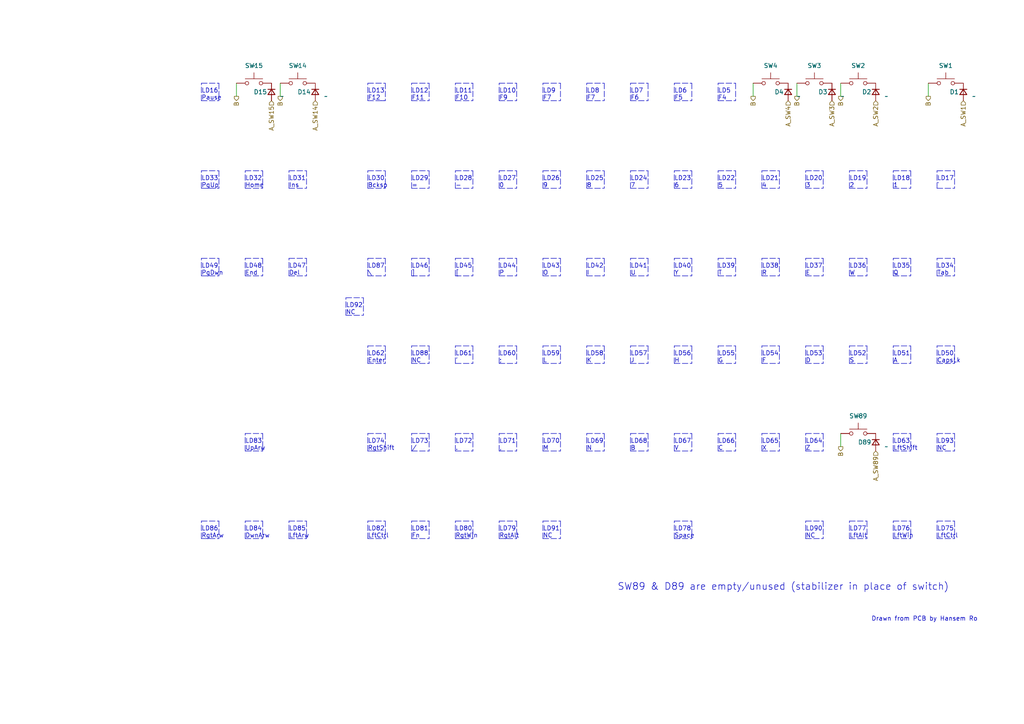
<source format=kicad_sch>
(kicad_sch (version 20211123) (generator eeschema)
  (paper "A4")
  (lib_symbols
    (symbol "Device:D_Small" (pin_numbers hide) (pin_names (offset 0.254) hide)
      (property "Reference" "D" (at -1.27 2.032 0))
      (property "Value" "D_Small" (at -3.81 -2.032 0))
      (symbol "D_Small_0_1"
        (polyline (pts (xy -0.762 -1.016) (xy -0.762 1.016)) (stroke (width 0.254)))
        (polyline (pts (xy -0.762 0) (xy 0.762 0)))
        (polyline (pts (xy 0.762 -1.016) (xy -0.762 0) (xy 0.762 1.016) (xy 0.762 -1.016)) (stroke (width 0.254)))
      )
      (symbol "D_Small_1_1"
        (pin passive line (at -2.54 0 0) (length 1.778) (name "K") (number "1"))
        (pin passive line (at 2.54 0 180) (length 1.778) (name "A") (number "2"))
      )
    )
    (symbol "Switch:SW_Push" (pin_numbers hide) (pin_names (offset 1.016) hide)
      (property "Reference" "SW" (at 1.27 2.54 0))
      (property "Value" "SW_Push" (at 0 -1.524 0))
      (symbol "SW_Push_0_1"
        (circle (center -2.032 0) (radius 0.508))
        (polyline (pts (xy 0 1.27) (xy 0 3.048)))
        (polyline (pts (xy 2.54 1.27) (xy -2.54 1.27)))
        (circle (center 2.032 0) (radius 0.508))
        (pin passive line (at -5.08 0 0) (length 2.54) (name "1") (number "1"))
        (pin passive line (at 5.08 0 180) (length 2.54) (name "2") (number "2"))
      )
    )
  )
  (polyline (pts (xy 226.06 125.73) (xy 226.06 130.81)))
  (polyline (pts (xy 119.38 156.21) (xy 124.46 156.21)))
  (polyline (pts (xy 276.86 151.13) (xy 276.86 156.21)))
  (polyline (pts (xy 271.78 151.13) (xy 276.86 151.13)))
  (polyline (pts (xy 259.08 49.53) (xy 264.16 49.53)))
  (polyline (pts (xy 226.06 49.53) (xy 226.06 54.61)))
  (polyline (pts (xy 187.96 100.33) (xy 187.96 105.41)))
  (polyline (pts (xy 271.78 80.01) (xy 276.86 80.01)))
  (polyline (pts (xy 157.48 151.13) (xy 162.56 151.13)))
  (polyline (pts (xy 83.82 54.61) (xy 83.82 49.53)))
  (polyline (pts (xy 170.18 130.81) (xy 175.26 130.81)))
  (polyline (pts (xy 175.26 49.53) (xy 175.26 54.61)))
  (polyline (pts (xy 259.08 105.41) (xy 264.16 105.41)))
  (polyline (pts (xy 264.16 151.13) (xy 264.16 156.21)))
  (polyline (pts (xy 106.68 125.73) (xy 111.76 125.73)))
  (wire (pts (xy 243.84 24.13) (xy 243.84 27.94)))
  (polyline (pts (xy 233.68 54.61) (xy 238.76 54.61)))
  (polyline (pts (xy 119.38 80.01) (xy 124.46 80.01)))
  (polyline (pts (xy 259.08 80.01) (xy 264.16 80.01)))
  (polyline (pts (xy 271.78 80.01) (xy 271.78 74.93)))
  (polyline (pts (xy 106.68 105.41) (xy 111.76 105.41)))
  (polyline (pts (xy 132.08 100.33) (xy 137.16 100.33)))
  (wire (pts (xy 243.84 125.73) (xy 243.84 129.54)))
  (polyline (pts (xy 157.48 54.61) (xy 157.48 49.53)))
  (polyline (pts (xy 195.58 125.73) (xy 200.66 125.73)))
  (polyline (pts (xy 200.66 49.53) (xy 200.66 54.61)))
  (polyline (pts (xy 137.16 24.13) (xy 137.16 29.21)))
  (polyline (pts (xy 195.58 80.01) (xy 195.58 74.93)))
  (polyline (pts (xy 195.58 105.41) (xy 200.66 105.41)))
  (polyline (pts (xy 119.38 151.13) (xy 124.46 151.13)))
  (polyline (pts (xy 208.28 105.41) (xy 213.36 105.41)))
  (polyline (pts (xy 170.18 29.21) (xy 170.18 24.13)))
  (polyline (pts (xy 246.38 80.01) (xy 251.46 80.01)))
  (polyline (pts (xy 157.48 24.13) (xy 162.56 24.13)))
  (polyline (pts (xy 132.08 24.13) (xy 137.16 24.13)))
  (wire (pts (xy 218.44 24.13) (xy 218.44 27.94)))
  (polyline (pts (xy 220.98 49.53) (xy 226.06 49.53)))
  (polyline (pts (xy 144.78 130.81) (xy 149.86 130.81)))
  (polyline (pts (xy 208.28 130.81) (xy 213.36 130.81)))
  (polyline (pts (xy 195.58 54.61) (xy 195.58 49.53)))
  (polyline (pts (xy 170.18 29.21) (xy 175.26 29.21)))
  (polyline (pts (xy 195.58 130.81) (xy 195.58 125.73)))
  (polyline (pts (xy 132.08 105.41) (xy 137.16 105.41)))
  (polyline (pts (xy 182.88 54.61) (xy 182.88 49.53)))
  (polyline (pts (xy 246.38 49.53) (xy 251.46 49.53)))
  (polyline (pts (xy 170.18 105.41) (xy 175.26 105.41)))
  (polyline (pts (xy 182.88 105.41) (xy 187.96 105.41)))
  (polyline (pts (xy 144.78 80.01) (xy 149.86 80.01)))
  (polyline (pts (xy 157.48 130.81) (xy 157.48 125.73)))
  (polyline (pts (xy 88.9 74.93) (xy 88.9 80.01)))
  (polyline (pts (xy 170.18 54.61) (xy 170.18 49.53)))
  (polyline (pts (xy 149.86 49.53) (xy 149.86 54.61)))
  (polyline (pts (xy 233.68 151.13) (xy 238.76 151.13)))
  (polyline (pts (xy 208.28 130.81) (xy 208.28 125.73)))
  (polyline (pts (xy 106.68 54.61) (xy 106.68 49.53)))
  (polyline (pts (xy 271.78 105.41) (xy 276.86 105.41)))
  (polyline (pts (xy 195.58 130.81) (xy 200.66 130.81)))
  (polyline (pts (xy 132.08 74.93) (xy 137.16 74.93)))
  (polyline (pts (xy 208.28 29.21) (xy 213.36 29.21)))
  (polyline (pts (xy 233.68 49.53) (xy 238.76 49.53)))
  (polyline (pts (xy 144.78 80.01) (xy 144.78 74.93)))
  (polyline (pts (xy 106.68 29.21) (xy 106.68 24.13)))
  (polyline (pts (xy 246.38 54.61) (xy 251.46 54.61)))
  (polyline (pts (xy 213.36 125.73) (xy 213.36 130.81)))
  (polyline (pts (xy 58.42 29.21) (xy 63.5 29.21)))
  (polyline (pts (xy 233.68 54.61) (xy 233.68 49.53)))
  (polyline (pts (xy 58.42 151.13) (xy 63.5 151.13)))
  (polyline (pts (xy 208.28 24.13) (xy 213.36 24.13)))
  (polyline (pts (xy 76.2 125.73) (xy 76.2 130.81)))
  (polyline (pts (xy 137.16 74.93) (xy 137.16 80.01)))
  (polyline (pts (xy 71.12 54.61) (xy 76.2 54.61)))
  (polyline (pts (xy 213.36 49.53) (xy 213.36 54.61)))
  (polyline (pts (xy 233.68 74.93) (xy 238.76 74.93)))
  (polyline (pts (xy 259.08 130.81) (xy 259.08 125.73)))
  (polyline (pts (xy 220.98 105.41) (xy 220.98 100.33)))
  (polyline (pts (xy 124.46 125.73) (xy 124.46 130.81)))
  (polyline (pts (xy 106.68 80.01) (xy 106.68 74.93)))
  (polyline (pts (xy 124.46 74.93) (xy 124.46 80.01)))
  (polyline (pts (xy 105.41 86.36) (xy 105.41 91.44)))
  (polyline (pts (xy 259.08 156.21) (xy 259.08 151.13)))
  (polyline (pts (xy 200.66 125.73) (xy 200.66 130.81)))
  (polyline (pts (xy 88.9 49.53) (xy 88.9 54.61)))
  (polyline (pts (xy 238.76 151.13) (xy 238.76 156.21)))
  (polyline (pts (xy 157.48 105.41) (xy 162.56 105.41)))
  (polyline (pts (xy 220.98 105.41) (xy 226.06 105.41)))
  (polyline (pts (xy 246.38 105.41) (xy 251.46 105.41)))
  (polyline (pts (xy 58.42 24.13) (xy 63.5 24.13)))
  (polyline (pts (xy 100.33 86.36) (xy 105.41 86.36)))
  (polyline (pts (xy 271.78 130.81) (xy 271.78 125.73)))
  (polyline (pts (xy 132.08 130.81) (xy 132.08 125.73)))
  (polyline (pts (xy 111.76 24.13) (xy 111.76 29.21)))
  (polyline (pts (xy 170.18 130.81) (xy 170.18 125.73)))
  (polyline (pts (xy 238.76 74.93) (xy 238.76 80.01)))
  (polyline (pts (xy 106.68 80.01) (xy 111.76 80.01)))
  (polyline (pts (xy 144.78 54.61) (xy 149.86 54.61)))
  (polyline (pts (xy 271.78 54.61) (xy 276.86 54.61)))
  (polyline (pts (xy 124.46 24.13) (xy 124.46 29.21)))
  (polyline (pts (xy 124.46 49.53) (xy 124.46 54.61)))
  (polyline (pts (xy 71.12 125.73) (xy 76.2 125.73)))
  (polyline (pts (xy 76.2 74.93) (xy 76.2 80.01)))
  (polyline (pts (xy 157.48 156.21) (xy 162.56 156.21)))
  (polyline (pts (xy 182.88 29.21) (xy 187.96 29.21)))
  (polyline (pts (xy 208.28 49.53) (xy 213.36 49.53)))
  (polyline (pts (xy 162.56 49.53) (xy 162.56 54.61)))
  (polyline (pts (xy 132.08 54.61) (xy 132.08 49.53)))
  (polyline (pts (xy 144.78 49.53) (xy 149.86 49.53)))
  (polyline (pts (xy 276.86 74.93) (xy 276.86 80.01)))
  (polyline (pts (xy 187.96 74.93) (xy 187.96 80.01)))
  (polyline (pts (xy 132.08 49.53) (xy 137.16 49.53)))
  (polyline (pts (xy 83.82 151.13) (xy 88.9 151.13)))
  (polyline (pts (xy 251.46 74.93) (xy 251.46 80.01)))
  (polyline (pts (xy 149.86 74.93) (xy 149.86 80.01)))
  (polyline (pts (xy 200.66 74.93) (xy 200.66 80.01)))
  (polyline (pts (xy 71.12 130.81) (xy 76.2 130.81)))
  (polyline (pts (xy 119.38 100.33) (xy 124.46 100.33)))
  (polyline (pts (xy 111.76 29.21) (xy 110.49 29.21)))
  (polyline (pts (xy 71.12 49.53) (xy 76.2 49.53)))
  (polyline (pts (xy 58.42 74.93) (xy 63.5 74.93)))
  (polyline (pts (xy 71.12 156.21) (xy 76.2 156.21)))
  (polyline (pts (xy 195.58 156.21) (xy 195.58 151.13)))
  (polyline (pts (xy 208.28 74.93) (xy 213.36 74.93)))
  (polyline (pts (xy 246.38 156.21) (xy 246.38 151.13)))
  (polyline (pts (xy 170.18 100.33) (xy 175.26 100.33)))
  (polyline (pts (xy 233.68 80.01) (xy 233.68 74.93)))
  (polyline (pts (xy 157.48 29.21) (xy 157.48 24.13)))
  (polyline (pts (xy 182.88 74.93) (xy 187.96 74.93)))
  (polyline (pts (xy 83.82 156.21) (xy 88.9 156.21)))
  (polyline (pts (xy 233.68 125.73) (xy 238.76 125.73)))
  (polyline (pts (xy 246.38 74.93) (xy 251.46 74.93)))
  (polyline (pts (xy 195.58 74.93) (xy 200.66 74.93)))
  (polyline (pts (xy 106.68 105.41) (xy 106.68 100.33)))
  (wire (pts (xy 231.14 24.13) (xy 231.14 27.94)))
  (polyline (pts (xy 220.98 80.01) (xy 220.98 74.93)))
  (polyline (pts (xy 132.08 29.21) (xy 132.08 24.13)))
  (polyline (pts (xy 111.76 74.93) (xy 111.76 80.01)))
  (polyline (pts (xy 271.78 74.93) (xy 276.86 74.93)))
  (polyline (pts (xy 132.08 130.81) (xy 137.16 130.81)))
  (polyline (pts (xy 195.58 49.53) (xy 200.66 49.53)))
  (polyline (pts (xy 175.26 74.93) (xy 175.26 80.01)))
  (polyline (pts (xy 170.18 80.01) (xy 175.26 80.01)))
  (polyline (pts (xy 58.42 29.21) (xy 58.42 24.13)))
  (polyline (pts (xy 106.68 151.13) (xy 111.76 151.13)))
  (polyline (pts (xy 106.68 156.21) (xy 111.76 156.21)))
  (polyline (pts (xy 137.16 151.13) (xy 137.16 156.21)))
  (polyline (pts (xy 157.48 80.01) (xy 162.56 80.01)))
  (polyline (pts (xy 271.78 100.33) (xy 276.86 100.33)))
  (polyline (pts (xy 71.12 54.61) (xy 71.12 49.53)))
  (polyline (pts (xy 208.28 80.01) (xy 208.28 74.93)))
  (polyline (pts (xy 119.38 105.41) (xy 119.38 100.33)))
  (polyline (pts (xy 226.06 100.33) (xy 226.06 105.41)))
  (polyline (pts (xy 83.82 74.93) (xy 88.9 74.93)))
  (polyline (pts (xy 157.48 29.21) (xy 162.56 29.21)))
  (polyline (pts (xy 182.88 130.81) (xy 187.96 130.81)))
  (polyline (pts (xy 238.76 125.73) (xy 238.76 130.81)))
  (polyline (pts (xy 170.18 24.13) (xy 175.26 24.13)))
  (polyline (pts (xy 170.18 54.61) (xy 175.26 54.61)))
  (polyline (pts (xy 233.68 100.33) (xy 238.76 100.33)))
  (polyline (pts (xy 200.66 151.13) (xy 200.66 156.21)))
  (polyline (pts (xy 157.48 125.73) (xy 162.56 125.73)))
  (polyline (pts (xy 144.78 29.21) (xy 149.86 29.21)))
  (polyline (pts (xy 271.78 54.61) (xy 271.78 49.53)))
  (polyline (pts (xy 88.9 151.13) (xy 88.9 156.21)))
  (polyline (pts (xy 83.82 54.61) (xy 88.9 54.61)))
  (polyline (pts (xy 170.18 125.73) (xy 175.26 125.73)))
  (polyline (pts (xy 271.78 156.21) (xy 271.78 151.13)))
  (polyline (pts (xy 58.42 49.53) (xy 63.5 49.53)))
  (polyline (pts (xy 106.68 130.81) (xy 111.76 130.81)))
  (polyline (pts (xy 63.5 151.13) (xy 63.5 156.21)))
  (polyline (pts (xy 251.46 49.53) (xy 251.46 54.61)))
  (polyline (pts (xy 200.66 100.33) (xy 200.66 105.41)))
  (polyline (pts (xy 187.96 125.73) (xy 187.96 130.81)))
  (polyline (pts (xy 271.78 130.81) (xy 276.86 130.81)))
  (polyline (pts (xy 233.68 156.21) (xy 233.68 151.13)))
  (polyline (pts (xy 220.98 54.61) (xy 220.98 49.53)))
  (polyline (pts (xy 162.56 151.13) (xy 162.56 156.21)))
  (polyline (pts (xy 63.5 74.93) (xy 63.5 80.01)))
  (polyline (pts (xy 182.88 125.73) (xy 187.96 125.73)))
  (polyline (pts (xy 132.08 151.13) (xy 137.16 151.13)))
  (polyline (pts (xy 149.86 24.13) (xy 149.86 29.21)))
  (polyline (pts (xy 124.46 151.13) (xy 124.46 156.21)))
  (polyline (pts (xy 58.42 80.01) (xy 58.42 74.93)))
  (polyline (pts (xy 182.88 49.53) (xy 187.96 49.53)))
  (polyline (pts (xy 187.96 24.13) (xy 187.96 29.21)))
  (polyline (pts (xy 200.66 24.13) (xy 200.66 29.21)))
  (polyline (pts (xy 58.42 54.61) (xy 58.42 49.53)))
  (polyline (pts (xy 157.48 49.53) (xy 162.56 49.53)))
  (polyline (pts (xy 195.58 156.21) (xy 200.66 156.21)))
  (polyline (pts (xy 220.98 74.93) (xy 226.06 74.93)))
  (polyline (pts (xy 83.82 80.01) (xy 88.9 80.01)))
  (polyline (pts (xy 220.98 125.73) (xy 226.06 125.73)))
  (polyline (pts (xy 195.58 54.61) (xy 200.66 54.61)))
  (polyline (pts (xy 137.16 100.33) (xy 137.16 105.41)))
  (polyline (pts (xy 106.68 156.21) (xy 106.68 151.13)))
  (polyline (pts (xy 58.42 156.21) (xy 63.5 156.21)))
  (polyline (pts (xy 233.68 80.01) (xy 238.76 80.01)))
  (polyline (pts (xy 259.08 125.73) (xy 264.16 125.73)))
  (polyline (pts (xy 132.08 80.01) (xy 137.16 80.01)))
  (polyline (pts (xy 182.88 54.61) (xy 187.96 54.61)))
  (polyline (pts (xy 157.48 54.61) (xy 162.56 54.61)))
  (polyline (pts (xy 162.56 74.93) (xy 162.56 80.01)))
  (polyline (pts (xy 124.46 100.33) (xy 124.46 105.41)))
  (polyline (pts (xy 63.5 24.13) (xy 63.5 29.21)))
  (polyline (pts (xy 246.38 80.01) (xy 246.38 74.93)))
  (polyline (pts (xy 182.88 80.01) (xy 187.96 80.01)))
  (polyline (pts (xy 157.48 100.33) (xy 162.56 100.33)))
  (polyline (pts (xy 182.88 100.33) (xy 187.96 100.33)))
  (polyline (pts (xy 195.58 100.33) (xy 200.66 100.33)))
  (polyline (pts (xy 182.88 24.13) (xy 187.96 24.13)))
  (polyline (pts (xy 162.56 125.73) (xy 162.56 130.81)))
  (wire (pts (xy 68.58 24.13) (xy 68.58 27.94)))
  (polyline (pts (xy 264.16 100.33) (xy 264.16 105.41)))
  (polyline (pts (xy 106.68 74.93) (xy 111.76 74.93)))
  (polyline (pts (xy 144.78 156.21) (xy 144.78 151.13)))
  (polyline (pts (xy 246.38 105.41) (xy 246.38 100.33)))
  (polyline (pts (xy 71.12 80.01) (xy 71.12 74.93)))
  (polyline (pts (xy 208.28 125.73) (xy 213.36 125.73)))
  (polyline (pts (xy 106.68 49.53) (xy 111.76 49.53)))
  (polyline (pts (xy 271.78 105.41) (xy 271.78 100.33)))
  (polyline (pts (xy 264.16 74.93) (xy 264.16 80.01)))
  (polyline (pts (xy 106.68 29.21) (xy 111.76 29.21)))
  (polyline (pts (xy 144.78 130.81) (xy 144.78 125.73)))
  (polyline (pts (xy 106.68 54.61) (xy 111.76 54.61)))
  (polyline (pts (xy 76.2 49.53) (xy 76.2 54.61)))
  (polyline (pts (xy 233.68 130.81) (xy 233.68 125.73)))
  (polyline (pts (xy 132.08 156.21) (xy 132.08 151.13)))
  (polyline (pts (xy 58.42 54.61) (xy 63.5 54.61)))
  (polyline (pts (xy 144.78 156.21) (xy 149.86 156.21)))
  (polyline (pts (xy 238.76 49.53) (xy 238.76 54.61)))
  (polyline (pts (xy 119.38 24.13) (xy 124.46 24.13)))
  (polyline (pts (xy 259.08 130.81) (xy 264.16 130.81)))
  (polyline (pts (xy 195.58 24.13) (xy 200.66 24.13)))
  (polyline (pts (xy 271.78 156.21) (xy 276.86 156.21)))
  (polyline (pts (xy 144.78 24.13) (xy 149.86 24.13)))
  (polyline (pts (xy 259.08 151.13) (xy 264.16 151.13)))
  (polyline (pts (xy 220.98 80.01) (xy 226.06 80.01)))
  (polyline (pts (xy 76.2 151.13) (xy 76.2 156.21)))
  (polyline (pts (xy 259.08 54.61) (xy 264.16 54.61)))
  (wire (pts (xy 81.28 24.13) (xy 81.28 27.94)))
  (polyline (pts (xy 182.88 29.21) (xy 182.88 24.13)))
  (polyline (pts (xy 144.78 54.61) (xy 144.78 49.53)))
  (polyline (pts (xy 220.98 100.33) (xy 226.06 100.33)))
  (polyline (pts (xy 157.48 74.93) (xy 162.56 74.93)))
  (polyline (pts (xy 195.58 80.01) (xy 200.66 80.01)))
  (polyline (pts (xy 119.38 29.21) (xy 119.38 24.13)))
  (polyline (pts (xy 119.38 54.61) (xy 124.46 54.61)))
  (polyline (pts (xy 137.16 125.73) (xy 137.16 130.81)))
  (polyline (pts (xy 246.38 156.21) (xy 251.46 156.21)))
  (polyline (pts (xy 119.38 54.61) (xy 119.38 49.53)))
  (polyline (pts (xy 83.82 156.21) (xy 83.82 151.13)))
  (polyline (pts (xy 195.58 29.21) (xy 200.66 29.21)))
  (polyline (pts (xy 111.76 100.33) (xy 111.76 105.41)))
  (polyline (pts (xy 251.46 100.33) (xy 251.46 105.41)))
  (polyline (pts (xy 157.48 80.01) (xy 157.48 74.93)))
  (polyline (pts (xy 83.82 49.53) (xy 88.9 49.53)))
  (polyline (pts (xy 111.76 49.53) (xy 111.76 54.61)))
  (polyline (pts (xy 246.38 151.13) (xy 251.46 151.13)))
  (polyline (pts (xy 259.08 80.01) (xy 259.08 74.93)))
  (polyline (pts (xy 233.68 105.41) (xy 233.68 100.33)))
  (polyline (pts (xy 58.42 80.01) (xy 63.5 80.01)))
  (polyline (pts (xy 132.08 156.21) (xy 137.16 156.21)))
  (polyline (pts (xy 162.56 100.33) (xy 162.56 105.41)))
  (polyline (pts (xy 144.78 100.33) (xy 149.86 100.33)))
  (polyline (pts (xy 213.36 24.13) (xy 213.36 29.21)))
  (polyline (pts (xy 175.26 100.33) (xy 175.26 105.41)))
  (polyline (pts (xy 144.78 105.41) (xy 149.86 105.41)))
  (polyline (pts (xy 119.38 74.93) (xy 124.46 74.93)))
  (polyline (pts (xy 144.78 125.73) (xy 149.86 125.73)))
  (polyline (pts (xy 182.88 80.01) (xy 182.88 74.93)))
  (polyline (pts (xy 246.38 54.61) (xy 246.38 49.53)))
  (polyline (pts (xy 276.86 100.33) (xy 276.86 105.41)))
  (polyline (pts (xy 213.36 100.33) (xy 213.36 105.41)))
  (polyline (pts (xy 149.86 151.13) (xy 149.86 156.21)))
  (polyline (pts (xy 170.18 80.01) (xy 170.18 74.93)))
  (polyline (pts (xy 119.38 156.21) (xy 119.38 151.13)))
  (polyline (pts (xy 271.78 125.73) (xy 276.86 125.73)))
  (polyline (pts (xy 208.28 54.61) (xy 213.36 54.61)))
  (polyline (pts (xy 157.48 130.81) (xy 162.56 130.81)))
  (polyline (pts (xy 195.58 151.13) (xy 200.66 151.13)))
  (polyline (pts (xy 175.26 125.73) (xy 175.26 130.81)))
  (polyline (pts (xy 220.98 130.81) (xy 226.06 130.81)))
  (polyline (pts (xy 71.12 151.13) (xy 76.2 151.13)))
  (polyline (pts (xy 182.88 130.81) (xy 182.88 125.73)))
  (polyline (pts (xy 132.08 54.61) (xy 137.16 54.61)))
  (polyline (pts (xy 170.18 74.93) (xy 175.26 74.93)))
  (polyline (pts (xy 144.78 105.41) (xy 144.78 100.33)))
  (polyline (pts (xy 119.38 29.21) (xy 124.46 29.21)))
  (polyline (pts (xy 132.08 125.73) (xy 137.16 125.73)))
  (polyline (pts (xy 259.08 100.33) (xy 264.16 100.33)))
  (polyline (pts (xy 106.68 100.33) (xy 111.76 100.33)))
  (polyline (pts (xy 144.78 151.13) (xy 149.86 151.13)))
  (polyline (pts (xy 119.38 130.81) (xy 124.46 130.81)))
  (polyline (pts (xy 119.38 125.73) (xy 124.46 125.73)))
  (polyline (pts (xy 111.76 151.13) (xy 111.76 156.21)))
  (polyline (pts (xy 233.68 130.81) (xy 238.76 130.81)))
  (polyline (pts (xy 208.28 29.21) (xy 208.28 24.13)))
  (polyline (pts (xy 259.08 54.61) (xy 259.08 49.53)))
  (polyline (pts (xy 157.48 156.21) (xy 157.48 151.13)))
  (polyline (pts (xy 187.96 49.53) (xy 187.96 54.61)))
  (polyline (pts (xy 132.08 105.41) (xy 132.08 100.33)))
  (polyline (pts (xy 119.38 49.53) (xy 124.46 49.53)))
  (polyline (pts (xy 71.12 156.21) (xy 71.12 151.13)))
  (wire (pts (xy 269.24 24.13) (xy 269.24 27.94)))
  (polyline (pts (xy 259.08 156.21) (xy 264.16 156.21)))
  (polyline (pts (xy 220.98 130.81) (xy 220.98 125.73)))
  (polyline (pts (xy 238.76 100.33) (xy 238.76 105.41)))
  (polyline (pts (xy 119.38 105.41) (xy 124.46 105.41)))
  (polyline (pts (xy 264.16 125.73) (xy 264.16 130.81)))
  (polyline (pts (xy 233.68 105.41) (xy 238.76 105.41)))
  (polyline (pts (xy 208.28 100.33) (xy 213.36 100.33)))
  (polyline (pts (xy 71.12 74.93) (xy 76.2 74.93)))
  (polyline (pts (xy 251.46 151.13) (xy 251.46 156.21)))
  (polyline (pts (xy 71.12 130.81) (xy 71.12 125.73)))
  (polyline (pts (xy 83.82 80.01) (xy 83.82 74.93)))
  (polyline (pts (xy 119.38 80.01) (xy 119.38 74.93)))
  (polyline (pts (xy 276.86 49.53) (xy 276.86 54.61)))
  (polyline (pts (xy 119.38 130.81) (xy 119.38 125.73)))
  (polyline (pts (xy 132.08 80.01) (xy 132.08 74.93)))
  (polyline (pts (xy 195.58 105.41) (xy 195.58 100.33)))
  (polyline (pts (xy 259.08 74.93) (xy 264.16 74.93)))
  (polyline (pts (xy 100.33 91.44) (xy 100.33 86.36)))
  (polyline (pts (xy 58.42 156.21) (xy 58.42 151.13)))
  (polyline (pts (xy 106.68 130.81) (xy 106.68 125.73)))
  (polyline (pts (xy 157.48 105.41) (xy 157.48 100.33)))
  (polyline (pts (xy 233.68 156.21) (xy 238.76 156.21)))
  (polyline (pts (xy 175.26 24.13) (xy 175.26 29.21)))
  (polyline (pts (xy 220.98 54.61) (xy 226.06 54.61)))
  (polyline (pts (xy 208.28 80.01) (xy 213.36 80.01)))
  (polyline (pts (xy 246.38 100.33) (xy 251.46 100.33)))
  (polyline (pts (xy 195.58 29.21) (xy 195.58 24.13)))
  (polyline (pts (xy 149.86 125.73) (xy 149.86 130.81)))
  (polyline (pts (xy 208.28 54.61) (xy 208.28 49.53)))
  (polyline (pts (xy 271.78 49.53) (xy 276.86 49.53)))
  (polyline (pts (xy 149.86 100.33) (xy 149.86 105.41)))
  (polyline (pts (xy 170.18 105.41) (xy 170.18 100.33)))
  (polyline (pts (xy 63.5 49.53) (xy 63.5 54.61)))
  (polyline (pts (xy 226.06 74.93) (xy 226.06 80.01)))
  (polyline (pts (xy 100.33 91.44) (xy 105.41 91.44)))
  (polyline (pts (xy 111.76 125.73) (xy 111.76 130.81)))
  (polyline (pts (xy 162.56 24.13) (xy 162.56 29.21)))
  (polyline (pts (xy 137.16 49.53) (xy 137.16 54.61)))
  (polyline (pts (xy 144.78 29.21) (xy 144.78 24.13)))
  (polyline (pts (xy 259.08 105.41) (xy 259.08 100.33)))
  (polyline (pts (xy 106.68 24.13) (xy 111.76 24.13)))
  (polyline (pts (xy 170.18 49.53) (xy 175.26 49.53)))
  (polyline (pts (xy 182.88 105.41) (xy 182.88 100.33)))
  (polyline (pts (xy 276.86 125.73) (xy 276.86 130.81)))
  (polyline (pts (xy 132.08 29.21) (xy 137.16 29.21)))
  (polyline (pts (xy 264.16 49.53) (xy 264.16 54.61)))
  (polyline (pts (xy 144.78 74.93) (xy 149.86 74.93)))
  (polyline (pts (xy 213.36 74.93) (xy 213.36 80.01)))
  (polyline (pts (xy 71.12 80.01) (xy 76.2 80.01)))
  (polyline (pts (xy 208.28 105.41) (xy 208.28 100.33)))
  (text "LD31\nIns" (at 83.82 54.61 0) (effects (font (size 1.27 1.27)) (justify left bottom)))
  (text "LD13\nF12" (at 106.68 29.21 0) (effects (font (size 1.27 1.27)) (justify left bottom)))
  (text "LD20\n3" (at 233.68 54.61 0) (effects (font (size 1.27 1.27)) (justify left bottom)))
  (text "LD67\nV" (at 195.58 130.81 0) (effects (font (size 1.27 1.27)) (justify left bottom)))
  (text "LD73\n/" (at 119.38 130.81 0) (effects (font (size 1.27 1.27)) (justify left bottom)))
  (text "LD55\nG" (at 208.28 105.41 0) (effects (font (size 1.27 1.27)) (justify left bottom)))
  (text "LD88\nNC" (at 119.38 105.41 0) (effects (font (size 1.27 1.27)) (justify left bottom)))
  (text "LD65\nX" (at 220.98 130.81 0) (effects (font (size 1.27 1.27)) (justify left bottom)))
  (text "LD32\nHome" (at 71.12 54.61 0) (effects (font (size 1.27 1.27)) (justify left bottom)))
  (text "LD54\nF" (at 220.98 105.41 0) (effects (font (size 1.27 1.27)) (justify left bottom)))
  (text "LD10\nF9" (at 144.78 29.21 0) (effects (font (size 1.27 1.27)) (justify left bottom)))
  (text "LD64\nZ" (at 233.68 130.81 0) (effects (font (size 1.27 1.27)) (justify left bottom)))
  (text "LD87\n\\" (at 106.68 80.01 0) (effects (font (size 1.27 1.27)) (justify left bottom)))
  (text "LD27\n0" (at 144.78 54.61 0) (effects (font (size 1.27 1.27)) (justify left bottom)))
  (text "LD66\nC" (at 208.28 130.81 0) (effects (font (size 1.27 1.27)) (justify left bottom)))
  (text "LD56\nH" (at 195.58 105.41 0) (effects (font (size 1.27 1.27)) (justify left bottom)))
  (text "LD11\nF10" (at 132.08 29.21 0) (effects (font (size 1.27 1.27)) (justify left bottom)))
  (text "LD19\n2" (at 246.38 54.61 0) (effects (font (size 1.27 1.27)) (justify left bottom)))
  (text "LD58\nK" (at 170.18 105.41 0) (effects (font (size 1.27 1.27)) (justify left bottom)))
  (text "LD60\n;" (at 144.78 105.41 0) (effects (font (size 1.27 1.27)) (justify left bottom)))
  (text "LD79\nRgtAlt" (at 144.78 156.21 0) (effects (font (size 1.27 1.27)) (justify left bottom)))
  (text "LD30\nBcksp" (at 106.68 54.61 0) (effects (font (size 1.27 1.27)) (justify left bottom)))
  (text "LD24\n7" (at 182.88 54.61 0) (effects (font (size 1.27 1.27)) (justify left bottom)))
  (text "LD36\nW" (at 246.38 80.01 0) (effects (font (size 1.27 1.27)) (justify left bottom)))
  (text "LD51\nA" (at 259.08 105.41 0) (effects (font (size 1.27 1.27)) (justify left bottom)))
  (text "LD35\nQ" (at 259.08 80.01 0) (effects (font (size 1.27 1.27)) (justify left bottom)))
  (text "LD72\n." (at 132.08 130.81 0) (effects (font (size 1.27 1.27)) (justify left bottom)))
  (text "LD59\nL" (at 157.48 105.41 0) (effects (font (size 1.27 1.27)) (justify left bottom)))
  (text "Drawn from PCB by Hansem Ro" (at 252.73 180.34 0) (effects (font (size 1.27 1.27)) (justify left bottom)))
  (text "LD57\nJ" (at 182.88 105.41 0) (effects (font (size 1.27 1.27)) (justify left bottom)))
  (text "LD40\nY" (at 195.58 80.01 0) (effects (font (size 1.27 1.27)) (justify left bottom)))
  (text "LD74\nRgtShift" (at 106.68 130.81 0) (effects (font (size 1.27 1.27)) (justify left bottom)))
  (text "LD6\nF5" (at 195.58 29.21 0) (effects (font (size 1.27 1.27)) (justify left bottom)))
  (text "LD80\nRgtWin" (at 132.08 156.21 0) (effects (font (size 1.27 1.27)) (justify left bottom)))
  (text "LD50\nCapsLk" (at 271.78 105.41 0) (effects (font (size 1.27 1.27)) (justify left bottom)))
  (text "SW89 & D89 are empty/unused (stabilizer in place of switch)" (at 179.07 171.45 0) (effects (font (size 2 2)) (justify left bottom)))
  (text "LD70\nM" (at 157.48 130.81 0) (effects (font (size 1.27 1.27)) (justify left bottom)))
  (text "LD38\nR" (at 220.98 80.01 0) (effects (font (size 1.27 1.27)) (justify left bottom)))
  (text "LD7\nF6" (at 182.88 29.21 0) (effects (font (size 1.27 1.27)) (justify left bottom)))
  (text "LD9\nF7" (at 157.48 29.21 0) (effects (font (size 1.27 1.27)) (justify left bottom)))
  (text "LD84\nDwnArw" (at 71.12 156.21 0) (effects (font (size 1.27 1.27)) (justify left bottom)))
  (text "LD17\n`" (at 271.78 54.61 0) (effects (font (size 1.27 1.27)) (justify left bottom)))
  (text "LD41\nU" (at 182.88 80.01 0) (effects (font (size 1.27 1.27)) (justify left bottom)))
  (text "LD68\nB" (at 182.88 130.81 0) (effects (font (size 1.27 1.27)) (justify left bottom)))
  (text "LD63\nLftShift" (at 259.08 130.81 0) (effects (font (size 1.27 1.27)) (justify left bottom)))
  (text "LD90\nNC" (at 233.68 156.21 0) (effects (font (size 1.27 1.27)) (justify left bottom)))
  (text "LD26\n9" (at 157.48 54.61 0) (effects (font (size 1.27 1.27)) (justify left bottom)))
  (text "LD42\nI" (at 170.18 80.01 0) (effects (font (size 1.27 1.27)) (justify left bottom)))
  (text "LD18\n1" (at 259.08 54.61 0) (effects (font (size 1.27 1.27)) (justify left bottom)))
  (text "LD48\nEnd" (at 71.12 80.01 0) (effects (font (size 1.27 1.27)) (justify left bottom)))
  (text "LD12\nF11" (at 119.38 29.21 0) (effects (font (size 1.27 1.27)) (justify left bottom)))
  (text "LD76\nLftWin" (at 259.08 156.21 0) (effects (font (size 1.27 1.27)) (justify left bottom)))
  (text "LD46\n]" (at 119.38 80.01 0) (effects (font (size 1.27 1.27)) (justify left bottom)))
  (text "LD86\nRgtArw" (at 58.42 156.21 0) (effects (font (size 1.27 1.27)) (justify left bottom)))
  (text "LD29\n=" (at 119.38 54.61 0) (effects (font (size 1.27 1.27)) (justify left bottom)))
  (text "LD71\n," (at 144.78 130.81 0) (effects (font (size 1.27 1.27)) (justify left bottom)))
  (text "LD37\nE" (at 233.68 80.01 0) (effects (font (size 1.27 1.27)) (justify left bottom)))
  (text "LD5\nF4" (at 208.28 29.21 0) (effects (font (size 1.27 1.27)) (justify left bottom)))
  (text "LD49\nPgDwn" (at 58.42 80.01 0) (effects (font (size 1.27 1.27)) (justify left bottom)))
  (text "LD44\nP" (at 144.78 80.01 0) (effects (font (size 1.27 1.27)) (justify left bottom)))
  (text "LD21\n4" (at 220.98 54.61 0) (effects (font (size 1.27 1.27)) (justify left bottom)))
  (text "LD69\nN" (at 170.18 130.81 0) (effects (font (size 1.27 1.27)) (justify left bottom)))
  (text "LD82\nLftCtrl" (at 106.68 156.21 0) (effects (font (size 1.27 1.27)) (justify left bottom)))
  (text "LD28\n-" (at 132.08 54.61 0) (effects (font (size 1.27 1.27)) (justify left bottom)))
  (text "LD81\nFn" (at 119.38 156.21 0) (effects (font (size 1.27 1.27)) (justify left bottom)))
  (text "LD39\nT" (at 208.28 80.01 0) (effects (font (size 1.27 1.27)) (justify left bottom)))
  (text "LD45\n[" (at 132.08 80.01 0) (effects (font (size 1.27 1.27)) (justify left bottom)))
  (text "LD93\nNC" (at 271.78 130.81 0) (effects (font (size 1.27 1.27)) (justify left bottom)))
  (text "LD43\nO" (at 157.48 80.01 0) (effects (font (size 1.27 1.27)) (justify left bottom)))
  (text "LD47\nDel" (at 83.82 80.01 0) (effects (font (size 1.27 1.27)) (justify left bottom)))
  (text "LD52\nS" (at 246.38 105.41 0) (effects (font (size 1.27 1.27)) (justify left bottom)))
  (text "LD33\nPgUp" (at 58.42 54.61 0) (effects (font (size 1.27 1.27)) (justify left bottom)))
  (text "LD91\nNC" (at 157.48 156.21 0) (effects (font (size 1.27 1.27)) (justify left bottom)))
  (text "LD16\nPause" (at 58.42 29.21 0) (effects (font (size 1.27 1.27)) (justify left bottom)))
  (text "LD83\nUpArw" (at 71.12 130.81 0) (effects (font (size 1.27 1.27)) (justify left bottom)))
  (text "LD53\nD" (at 233.68 105.41 0) (effects (font (size 1.27 1.27)) (justify left bottom)))
  (text "LD8\nF7" (at 170.18 29.21 0) (effects (font (size 1.27 1.27)) (justify left bottom)))
  (text "LD61\n'" (at 132.08 105.41 0) (effects (font (size 1.27 1.27)) (justify left bottom)))
  (text "LD85\nLftArw" (at 83.82 156.21 0) (effects (font (size 1.27 1.27)) (justify left bottom)))
  (text "LD25\n8" (at 170.18 54.61 0) (effects (font (size 1.27 1.27)) (justify left bottom)))
  (text "LD78\nSpace" (at 195.58 156.21 0) (effects (font (size 1.27 1.27)) (justify left bottom)))
  (text "LD34\nTab" (at 271.78 80.01 0) (effects (font (size 1.27 1.27)) (justify left bottom)))
  (text "LD75\nLftCtrl" (at 271.78 156.21 0) (effects (font (size 1.27 1.27)) (justify left bottom)))
  (text "LD92\nNC" (at 100.33 91.44 0) (effects (font (size 1.27 1.27)) (justify left bottom)))
  (text "LD23\n6" (at 195.58 54.61 0) (effects (font (size 1.27 1.27)) (justify left bottom)))
  (text "LD22\n5" (at 208.28 54.61 0) (effects (font (size 1.27 1.27)) (justify left bottom)))
  (text "LD77\nLftAlt" (at 246.38 156.21 0) (effects (font (size 1.27 1.27)) (justify left bottom)))
  (text "LD62\nEnter" (at 106.68 105.41 0) (effects (font (size 1.27 1.27)) (justify left bottom)))
  (hierarchical_label "B" (shape output) (at 68.58 27.94 270))
  (hierarchical_label "A_SW89" (shape input) (at 254 130.81 270))
  (hierarchical_label "A_SW3" (shape input) (at 241.3 29.21 270))
  (hierarchical_label "A_SW4" (shape input) (at 228.6 29.21 270))
  (hierarchical_label "A_SW1" (shape input) (at 279.4 29.21 270))
  (hierarchical_label "B" (shape output) (at 218.44 27.94 270))
  (hierarchical_label "A_SW15" (shape input) (at 78.74 29.21 270))
  (hierarchical_label "B" (shape output) (at 243.84 129.54 270))
  (hierarchical_label "B" (shape output) (at 269.24 27.94 270))
  (hierarchical_label "B" (shape output) (at 81.28 27.94 270))
  (hierarchical_label "A_SW14" (shape input) (at 91.44 29.21 270))
  (hierarchical_label "B" (shape output) (at 231.14 27.94 270))
  (hierarchical_label "B" (shape output) (at 243.84 27.94 270))
  (hierarchical_label "A_SW2" (shape input) (at 254 29.21 270))
  (symbol (lib_id "Switch:SW_Push") (at 236.22 24.13 0) (unit 1)
    (property "Reference" "SW3" (at 236.22 19.05 0))
    (property "Value" "~" (at 236.22 19.05 0))
  )
  (symbol (lib_id "Device:D_Small") (at 241.3 26.67 270) (unit 1)
    (property "Reference" "D3" (at 240.03 26.67 90) (effects (justify right)))
    (property "Value" "~" (at 243.84 27.9399 90) (effects (justify left)))
  )
  (symbol (lib_id "Switch:SW_Push") (at 248.92 24.13 0) (unit 1)
    (property "Reference" "SW2" (at 248.92 19.05 0))
    (property "Value" "~" (at 248.92 19.05 0))
  )
  (symbol (lib_id "Device:D_Small") (at 254 26.67 270) (unit 1)
    (property "Reference" "D2" (at 252.73 26.67 90) (effects (justify right)))
    (property "Value" "~" (at 256.54 27.9399 90) (effects (justify left)))
  )
  (symbol (lib_id "Device:D_Small") (at 78.74 26.67 270) (unit 1)
    (property "Reference" "D15" (at 77.47 26.67 90) (effects (justify right)))
    (property "Value" "~" (at 81.28 27.9399 90) (effects (justify left)))
  )
  (symbol (lib_id "Switch:SW_Push") (at 86.36 24.13 0) (unit 1)
    (property "Reference" "SW14" (at 86.36 19.05 0))
    (property "Value" "~" (at 86.36 19.05 0))
  )
  (symbol (lib_id "Device:D_Small") (at 279.4 26.67 270) (unit 1)
    (property "Reference" "D1" (at 278.13 26.67 90) (effects (justify right)))
    (property "Value" "~" (at 281.94 27.9399 90) (effects (justify left)))
  )
  (symbol (lib_id "Switch:SW_Push") (at 223.52 24.13 0) (unit 1)
    (property "Reference" "SW4" (at 223.52 19.05 0))
    (property "Value" "~" (at 223.52 19.05 0))
  )
  (symbol (lib_id "Switch:SW_Push") (at 248.92 125.73 0) (unit 1)
    (property "Reference" "SW89" (at 248.92 120.65 0))
    (property "Value" "~" (at 248.92 120.65 0))
  )
  (symbol (lib_id "Switch:SW_Push") (at 73.66 24.13 0) (unit 1)
    (property "Reference" "SW15" (at 73.66 19.05 0))
    (property "Value" "~" (at 73.66 19.05 0))
  )
  (symbol (lib_id "Switch:SW_Push") (at 274.32 24.13 0) (unit 1)
    (property "Reference" "SW1" (at 274.32 19.05 0))
    (property "Value" "~" (at 274.32 19.05 0))
  )
  (symbol (lib_id "Device:D_Small") (at 228.6 26.67 270) (unit 1)
    (property "Reference" "D4" (at 227.33 26.67 90) (effects (justify right)))
    (property "Value" "~" (at 231.14 27.9399 90) (effects (justify left)))
  )
  (symbol (lib_id "Device:D_Small") (at 91.44 26.67 270) (unit 1)
    (property "Reference" "D14" (at 90.17 26.67 90) (effects (justify right)))
    (property "Value" "~" (at 93.98 27.9399 90) (effects (justify left)))
  )
  (symbol (lib_id "Device:D_Small") (at 254 128.27 270) (unit 1)
    (property "Reference" "D89" (at 252.73 128.27 90) (effects (justify right)))
    (property "Value" "~" (at 256.54 129.5399 90) (effects (justify left)))
  )
)
</source>
